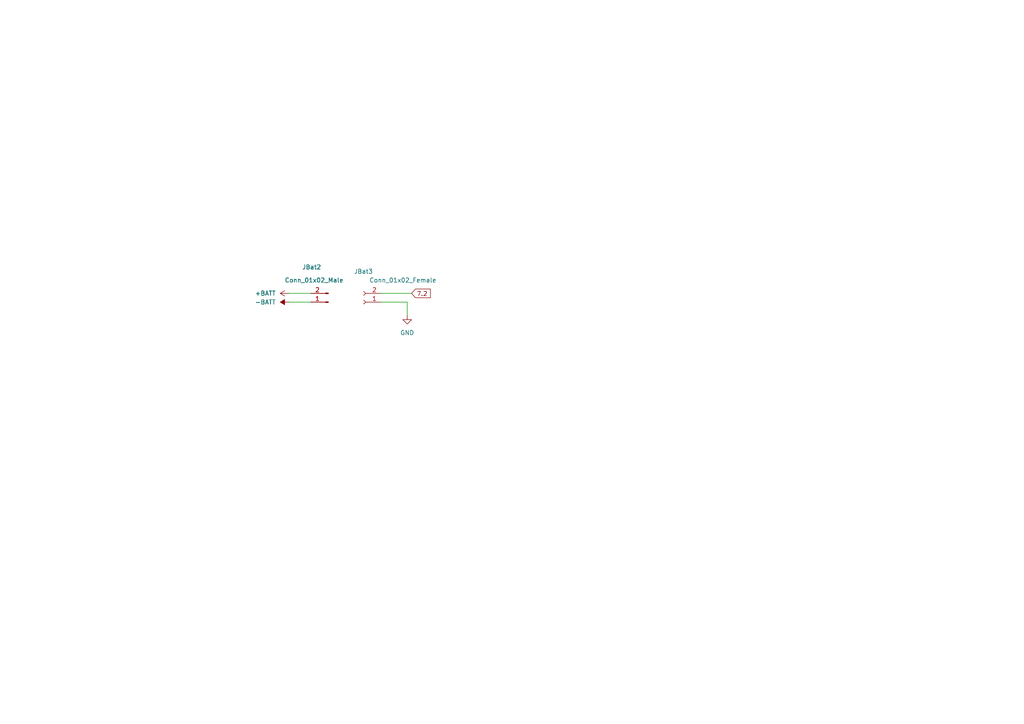
<source format=kicad_sch>
(kicad_sch (version 20211123) (generator eeschema)
  (paper "A4")
  (lib_symbols
    (symbol "Connector:Conn_01x02_Female" (pin_names (offset 1.016) hide)
      (property "Reference" "J" (at 0 2.54 0))
      (property "Value" "Conn_01x02_Female" (at 0 -5.08 0))
      (symbol "Conn_01x02_Female_1_1"
        (arc (start 0 -2.032) (mid -0.508 -2.54) (end 0 -3.048) (stroke (width 0.1524)))
        (polyline (pts (xy -1.27 -2.54) (xy -0.508 -2.54)) (stroke (width 0.1524)))
        (polyline (pts (xy -1.27 0) (xy -0.508 0)) (stroke (width 0.1524)))
        (arc (start 0 0.508) (mid -0.508 0) (end 0 -0.508) (stroke (width 0.1524)))
        (pin passive line (at -5.08 0 0) (length 3.81) (name "Pin_1") (number "1"))
        (pin passive line (at -5.08 -2.54 0) (length 3.81) (name "Pin_2") (number "2"))
      )
    )
    (symbol "Connector:Conn_01x02_Male" (pin_names (offset 1.016) hide)
      (property "Reference" "J" (at 0 2.54 0))
      (property "Value" "Conn_01x02_Male" (at 0 -5.08 0))
      (symbol "Conn_01x02_Male_1_1"
        (polyline (pts (xy 1.27 -2.54) (xy 0.8636 -2.54)) (stroke (width 0.1524)))
        (polyline (pts (xy 1.27 0) (xy 0.8636 0)) (stroke (width 0.1524)))
        (rectangle (start 0.8636 -2.413) (end 0 -2.667) (stroke (width 0.1524)) (fill (type outline)))
        (rectangle (start 0.8636 0.127) (end 0 -0.127) (stroke (width 0.1524)) (fill (type outline)))
        (pin passive line (at 5.08 0 180) (length 3.81) (name "Pin_1") (number "1"))
        (pin passive line (at 5.08 -2.54 180) (length 3.81) (name "Pin_2") (number "2"))
      )
    )
    (symbol "power:+BATT" (power) (pin_names (offset 0))
      (property "Value" "+BATT" (at 0 3.556 0))
      (symbol "+BATT_0_1"
        (polyline (pts (xy -0.762 1.27) (xy 0 2.54)))
        (polyline (pts (xy 0 0) (xy 0 2.54)))
        (polyline (pts (xy 0 2.54) (xy 0.762 1.27)))
      )
      (symbol "+BATT_1_1"
        (pin power_in line (at 0 0 90) (length 0) hide (name "+BATT") (number "1"))
      )
    )
    (symbol "power:-BATT" (power) (pin_names (offset 0))
      (property "Value" "-BATT" (at 0 3.556 0))
      (symbol "-BATT_0_1"
        (polyline (pts (xy 0 0) (xy 0 2.54)))
        (polyline (pts (xy 0.762 1.27) (xy -0.762 1.27) (xy 0 2.54) (xy 0.762 1.27)) (fill (type outline)))
      )
      (symbol "-BATT_1_1"
        (pin power_in line (at 0 0 90) (length 0) hide (name "-BATT") (number "1"))
      )
    )
    (symbol "power:GND" (power) (pin_names (offset 0))
      (property "Value" "GND" (at 0 -3.81 0))
      (symbol "GND_0_1"
        (polyline (pts (xy 0 0) (xy 0 -1.27) (xy 1.27 -1.27) (xy 0 -2.54) (xy -1.27 -1.27) (xy 0 -1.27)))
      )
      (symbol "GND_1_1"
        (pin power_in line (at 0 0 270) (length 0) hide (name "GND") (number "1"))
      )
    )
  )
  (wire (pts (xy 110.49 87.63) (xy 118.11 87.63)))
  (wire (pts (xy 118.11 87.63) (xy 118.11 91.44)))
  (wire (pts (xy 110.49 85.09) (xy 119.38 85.09)))
  (wire (pts (xy 83.82 87.63) (xy 90.17 87.63)))
  (wire (pts (xy 83.82 85.09) (xy 90.17 85.09)))
  (global_label "7.2" (shape input) (at 119.38 85.09 0) (property "Intersheet References" "${INTERSHEET_REFS}" (effects hide)))
  (symbol (lib_id "power:-BATT") (at 83.82 87.63 90) (unit 1)
    (property "Reference" "#PWR0109" (effects hide))
    (property "Value" "-BATT" (at 80.01 87.6299 90) (effects (justify left)))
  )
  (symbol (lib_id "power:+BATT") (at 83.82 85.09 90) (unit 1)
    (property "Reference" "#PWR0108" (effects hide))
    (property "Value" "+BATT" (at 80.01 85.0899 90) (effects (justify left)))
  )
  (symbol (lib_id "power:GND") (at 118.11 91.44 0) (unit 1)
    (property "Reference" "#PWR0107" (effects hide))
    (property "Value" "GND" (at 118.11 96.52 0))
  )
  (symbol (lib_id "Connector:Conn_01x02_Female") (at 105.41 87.63 180) (unit 1)
    (property "Reference" "JBat3" (at 105.41 78.74 0))
    (property "Value" "Conn_01x02_Female" (at 116.84 81.28 0))
    (property "Footprint" "Connector_JST:JST_XH_B2B-XH-AM_1x02_P2.50mm_Vertical" (effects hide))
  )
  (symbol (lib_id "Connector:Conn_01x02_Male") (at 95.25 87.63 180) (unit 1)
    (property "Reference" "JBat2" (at 87.63 77.47 0) (effects (justify right)))
    (property "Value" "Conn_01x02_Male" (at 82.55 81.28 0) (effects (justify right)))
  )
)
</source>
